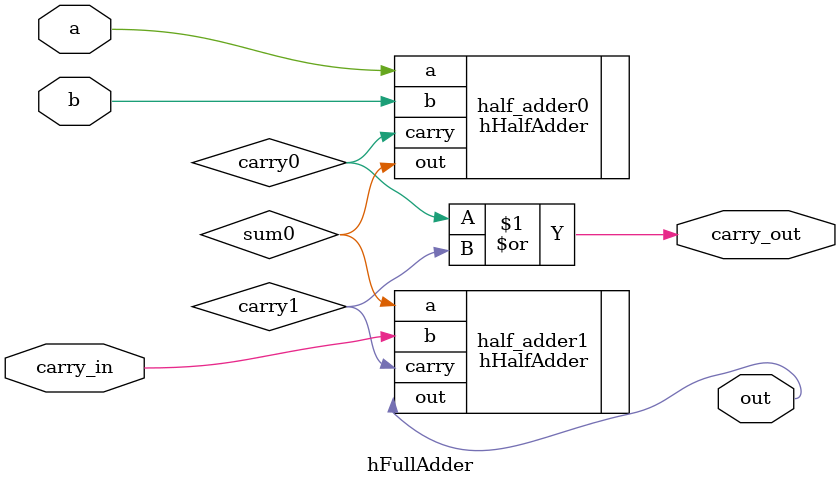
<source format=v>

`ifndef _hfulladder_h_
`define _hfulladder_h_

`timescale 1ns / 1ps
`include "hHalfAdder.v"
module hFullAdder(
    input a,
    input b,
    input carry_in,
    output carry_out,
    output out
    );
	
	wire sum0, carry0, carry1;
	
	hHalfAdder half_adder0(.a(a), .b(b), .carry(carry0), .out(sum0));
	hHalfAdder half_adder1(.a(sum0), .b(carry_in), .carry(carry1), .out(out));
	
	assign carry_out = carry0 | carry1;

endmodule

`endif
</source>
